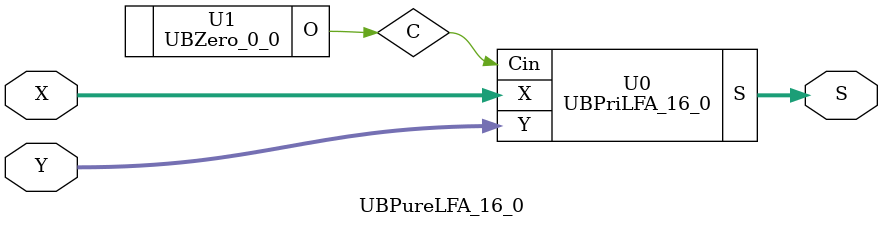
<source format=v>
/*----------------------------------------------------------------------------
  Copyright (c) 2021 Homma laboratory. All rights reserved.

  Top module: UBLFA_16_0_16_0

  Operand-1 length: 17
  Operand-2 length: 17
  Two-operand addition algorithm: Ladner-Fischer adder
----------------------------------------------------------------------------*/

module GPGenerator(Go, Po, A, B);
  output Go;
  output Po;
  input A;
  input B;
  assign Go = A & B;
  assign Po = A ^ B;
endmodule

module CarryOperator(Go, Po, Gi1, Pi1, Gi2, Pi2);
  output Go;
  output Po;
  input Gi1;
  input Gi2;
  input Pi1;
  input Pi2;
  assign Go = Gi1 | ( Gi2 & Pi1 );
  assign Po = Pi1 & Pi2;
endmodule

module UBPriLFA_16_0(S, X, Y, Cin);
  output [17:0] S;
  input Cin;
  input [16:0] X;
  input [16:0] Y;
  wire [16:0] G0;
  wire [16:0] G1;
  wire [16:0] G2;
  wire [16:0] G3;
  wire [16:0] G4;
  wire [16:0] G5;
  wire [16:0] P0;
  wire [16:0] P1;
  wire [16:0] P2;
  wire [16:0] P3;
  wire [16:0] P4;
  wire [16:0] P5;
  assign P1[0] = P0[0];
  assign G1[0] = G0[0];
  assign P1[2] = P0[2];
  assign G1[2] = G0[2];
  assign P1[4] = P0[4];
  assign G1[4] = G0[4];
  assign P1[6] = P0[6];
  assign G1[6] = G0[6];
  assign P1[8] = P0[8];
  assign G1[8] = G0[8];
  assign P1[10] = P0[10];
  assign G1[10] = G0[10];
  assign P1[12] = P0[12];
  assign G1[12] = G0[12];
  assign P1[14] = P0[14];
  assign G1[14] = G0[14];
  assign P1[16] = P0[16];
  assign G1[16] = G0[16];
  assign P2[0] = P1[0];
  assign G2[0] = G1[0];
  assign P2[1] = P1[1];
  assign G2[1] = G1[1];
  assign P2[4] = P1[4];
  assign G2[4] = G1[4];
  assign P2[5] = P1[5];
  assign G2[5] = G1[5];
  assign P2[8] = P1[8];
  assign G2[8] = G1[8];
  assign P2[9] = P1[9];
  assign G2[9] = G1[9];
  assign P2[12] = P1[12];
  assign G2[12] = G1[12];
  assign P2[13] = P1[13];
  assign G2[13] = G1[13];
  assign P2[16] = P1[16];
  assign G2[16] = G1[16];
  assign P3[0] = P2[0];
  assign G3[0] = G2[0];
  assign P3[1] = P2[1];
  assign G3[1] = G2[1];
  assign P3[2] = P2[2];
  assign G3[2] = G2[2];
  assign P3[3] = P2[3];
  assign G3[3] = G2[3];
  assign P3[8] = P2[8];
  assign G3[8] = G2[8];
  assign P3[9] = P2[9];
  assign G3[9] = G2[9];
  assign P3[10] = P2[10];
  assign G3[10] = G2[10];
  assign P3[11] = P2[11];
  assign G3[11] = G2[11];
  assign P3[16] = P2[16];
  assign G3[16] = G2[16];
  assign P4[0] = P3[0];
  assign G4[0] = G3[0];
  assign P4[1] = P3[1];
  assign G4[1] = G3[1];
  assign P4[2] = P3[2];
  assign G4[2] = G3[2];
  assign P4[3] = P3[3];
  assign G4[3] = G3[3];
  assign P4[4] = P3[4];
  assign G4[4] = G3[4];
  assign P4[5] = P3[5];
  assign G4[5] = G3[5];
  assign P4[6] = P3[6];
  assign G4[6] = G3[6];
  assign P4[7] = P3[7];
  assign G4[7] = G3[7];
  assign P4[16] = P3[16];
  assign G4[16] = G3[16];
  assign P5[0] = P4[0];
  assign G5[0] = G4[0];
  assign P5[1] = P4[1];
  assign G5[1] = G4[1];
  assign P5[2] = P4[2];
  assign G5[2] = G4[2];
  assign P5[3] = P4[3];
  assign G5[3] = G4[3];
  assign P5[4] = P4[4];
  assign G5[4] = G4[4];
  assign P5[5] = P4[5];
  assign G5[5] = G4[5];
  assign P5[6] = P4[6];
  assign G5[6] = G4[6];
  assign P5[7] = P4[7];
  assign G5[7] = G4[7];
  assign P5[8] = P4[8];
  assign G5[8] = G4[8];
  assign P5[9] = P4[9];
  assign G5[9] = G4[9];
  assign P5[10] = P4[10];
  assign G5[10] = G4[10];
  assign P5[11] = P4[11];
  assign G5[11] = G4[11];
  assign P5[12] = P4[12];
  assign G5[12] = G4[12];
  assign P5[13] = P4[13];
  assign G5[13] = G4[13];
  assign P5[14] = P4[14];
  assign G5[14] = G4[14];
  assign P5[15] = P4[15];
  assign G5[15] = G4[15];
  assign S[0] = Cin ^ P0[0];
  assign S[1] = ( G5[0] | ( P5[0] & Cin ) ) ^ P0[1];
  assign S[2] = ( G5[1] | ( P5[1] & Cin ) ) ^ P0[2];
  assign S[3] = ( G5[2] | ( P5[2] & Cin ) ) ^ P0[3];
  assign S[4] = ( G5[3] | ( P5[3] & Cin ) ) ^ P0[4];
  assign S[5] = ( G5[4] | ( P5[4] & Cin ) ) ^ P0[5];
  assign S[6] = ( G5[5] | ( P5[5] & Cin ) ) ^ P0[6];
  assign S[7] = ( G5[6] | ( P5[6] & Cin ) ) ^ P0[7];
  assign S[8] = ( G5[7] | ( P5[7] & Cin ) ) ^ P0[8];
  assign S[9] = ( G5[8] | ( P5[8] & Cin ) ) ^ P0[9];
  assign S[10] = ( G5[9] | ( P5[9] & Cin ) ) ^ P0[10];
  assign S[11] = ( G5[10] | ( P5[10] & Cin ) ) ^ P0[11];
  assign S[12] = ( G5[11] | ( P5[11] & Cin ) ) ^ P0[12];
  assign S[13] = ( G5[12] | ( P5[12] & Cin ) ) ^ P0[13];
  assign S[14] = ( G5[13] | ( P5[13] & Cin ) ) ^ P0[14];
  assign S[15] = ( G5[14] | ( P5[14] & Cin ) ) ^ P0[15];
  assign S[16] = ( G5[15] | ( P5[15] & Cin ) ) ^ P0[16];
  assign S[17] = G5[16] | ( P5[16] & Cin );
  GPGenerator U0 (G0[0], P0[0], X[0], Y[0]);
  GPGenerator U1 (G0[1], P0[1], X[1], Y[1]);
  GPGenerator U2 (G0[2], P0[2], X[2], Y[2]);
  GPGenerator U3 (G0[3], P0[3], X[3], Y[3]);
  GPGenerator U4 (G0[4], P0[4], X[4], Y[4]);
  GPGenerator U5 (G0[5], P0[5], X[5], Y[5]);
  GPGenerator U6 (G0[6], P0[6], X[6], Y[6]);
  GPGenerator U7 (G0[7], P0[7], X[7], Y[7]);
  GPGenerator U8 (G0[8], P0[8], X[8], Y[8]);
  GPGenerator U9 (G0[9], P0[9], X[9], Y[9]);
  GPGenerator U10 (G0[10], P0[10], X[10], Y[10]);
  GPGenerator U11 (G0[11], P0[11], X[11], Y[11]);
  GPGenerator U12 (G0[12], P0[12], X[12], Y[12]);
  GPGenerator U13 (G0[13], P0[13], X[13], Y[13]);
  GPGenerator U14 (G0[14], P0[14], X[14], Y[14]);
  GPGenerator U15 (G0[15], P0[15], X[15], Y[15]);
  GPGenerator U16 (G0[16], P0[16], X[16], Y[16]);
  CarryOperator U17 (G1[1], P1[1], G0[1], P0[1], G0[0], P0[0]);
  CarryOperator U18 (G1[3], P1[3], G0[3], P0[3], G0[2], P0[2]);
  CarryOperator U19 (G1[5], P1[5], G0[5], P0[5], G0[4], P0[4]);
  CarryOperator U20 (G1[7], P1[7], G0[7], P0[7], G0[6], P0[6]);
  CarryOperator U21 (G1[9], P1[9], G0[9], P0[9], G0[8], P0[8]);
  CarryOperator U22 (G1[11], P1[11], G0[11], P0[11], G0[10], P0[10]);
  CarryOperator U23 (G1[13], P1[13], G0[13], P0[13], G0[12], P0[12]);
  CarryOperator U24 (G1[15], P1[15], G0[15], P0[15], G0[14], P0[14]);
  CarryOperator U25 (G2[2], P2[2], G1[2], P1[2], G1[1], P1[1]);
  CarryOperator U26 (G2[3], P2[3], G1[3], P1[3], G1[1], P1[1]);
  CarryOperator U27 (G2[6], P2[6], G1[6], P1[6], G1[5], P1[5]);
  CarryOperator U28 (G2[7], P2[7], G1[7], P1[7], G1[5], P1[5]);
  CarryOperator U29 (G2[10], P2[10], G1[10], P1[10], G1[9], P1[9]);
  CarryOperator U30 (G2[11], P2[11], G1[11], P1[11], G1[9], P1[9]);
  CarryOperator U31 (G2[14], P2[14], G1[14], P1[14], G1[13], P1[13]);
  CarryOperator U32 (G2[15], P2[15], G1[15], P1[15], G1[13], P1[13]);
  CarryOperator U33 (G3[4], P3[4], G2[4], P2[4], G2[3], P2[3]);
  CarryOperator U34 (G3[5], P3[5], G2[5], P2[5], G2[3], P2[3]);
  CarryOperator U35 (G3[6], P3[6], G2[6], P2[6], G2[3], P2[3]);
  CarryOperator U36 (G3[7], P3[7], G2[7], P2[7], G2[3], P2[3]);
  CarryOperator U37 (G3[12], P3[12], G2[12], P2[12], G2[11], P2[11]);
  CarryOperator U38 (G3[13], P3[13], G2[13], P2[13], G2[11], P2[11]);
  CarryOperator U39 (G3[14], P3[14], G2[14], P2[14], G2[11], P2[11]);
  CarryOperator U40 (G3[15], P3[15], G2[15], P2[15], G2[11], P2[11]);
  CarryOperator U41 (G4[8], P4[8], G3[8], P3[8], G3[7], P3[7]);
  CarryOperator U42 (G4[9], P4[9], G3[9], P3[9], G3[7], P3[7]);
  CarryOperator U43 (G4[10], P4[10], G3[10], P3[10], G3[7], P3[7]);
  CarryOperator U44 (G4[11], P4[11], G3[11], P3[11], G3[7], P3[7]);
  CarryOperator U45 (G4[12], P4[12], G3[12], P3[12], G3[7], P3[7]);
  CarryOperator U46 (G4[13], P4[13], G3[13], P3[13], G3[7], P3[7]);
  CarryOperator U47 (G4[14], P4[14], G3[14], P3[14], G3[7], P3[7]);
  CarryOperator U48 (G4[15], P4[15], G3[15], P3[15], G3[7], P3[7]);
  CarryOperator U49 (G5[16], P5[16], G4[16], P4[16], G4[15], P4[15]);
endmodule

module UBZero_0_0(O);
  output [0:0] O;
  assign O[0] = 0;
endmodule

module UBLFA_16_0_16_0 (S, X, Y);
  output [17:0] S;
  input [16:0] X;
  input [16:0] Y;
  UBPureLFA_16_0 U0 (S[17:0], X[16:0], Y[16:0]);
endmodule

module UBPureLFA_16_0 (S, X, Y);
  output [17:0] S;
  input [16:0] X;
  input [16:0] Y;
  wire C;
  UBPriLFA_16_0 U0 (S, X, Y, C);
  UBZero_0_0 U1 (C);
endmodule


</source>
